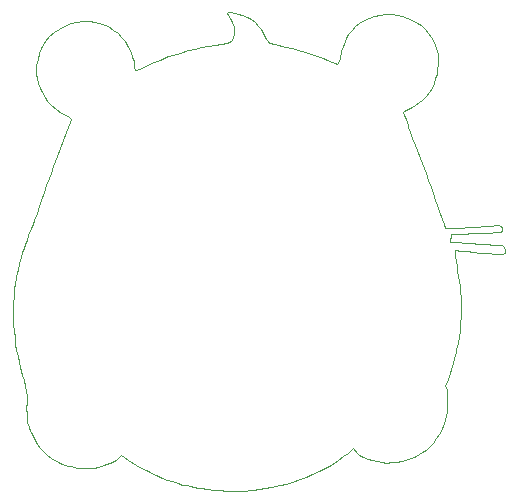
<source format=gbr>
%TF.GenerationSoftware,KiCad,Pcbnew,7.0.10*%
%TF.CreationDate,2024-01-29T00:00:28+02:00*%
%TF.ProjectId,RamenTimer_ki7,52616d65-6e54-4696-9d65-725f6b69372e,rev?*%
%TF.SameCoordinates,Original*%
%TF.FileFunction,Profile,NP*%
%FSLAX46Y46*%
G04 Gerber Fmt 4.6, Leading zero omitted, Abs format (unit mm)*
G04 Created by KiCad (PCBNEW 7.0.10) date 2024-01-29 00:00:28*
%MOMM*%
%LPD*%
G01*
G04 APERTURE LIST*
%TA.AperFunction,Profile*%
%ADD10C,0.100000*%
%TD*%
G04 APERTURE END LIST*
D10*
X171230000Y-95100000D02*
X171410000Y-95580000D01*
X170990000Y-94440000D02*
X171230000Y-95100000D01*
X170790000Y-93930000D02*
X170990000Y-94440000D01*
X170640000Y-93510000D02*
X170790000Y-93930000D01*
X170450000Y-92930000D02*
X170640000Y-93510000D01*
X170250000Y-92390000D02*
X170450000Y-92930000D01*
X170070000Y-91860000D02*
X170250000Y-92390000D01*
X169860000Y-91270000D02*
X170070000Y-91860000D01*
X169690000Y-90810000D02*
X169860000Y-91270000D01*
X169510000Y-90350000D02*
X169690000Y-90810000D01*
X169360000Y-89930000D02*
X169510000Y-90350000D01*
X169130000Y-89320000D02*
X169360000Y-89930000D01*
X168950000Y-88870000D02*
X169130000Y-89320000D01*
X168710000Y-88250000D02*
X168950000Y-88870000D01*
X168530000Y-87790000D02*
X168710000Y-88250000D01*
X168370000Y-87350000D02*
X168530000Y-87790000D01*
X168300000Y-87150000D02*
X168370000Y-87350000D01*
X168130000Y-86690000D02*
X168300000Y-87150000D01*
X168000000Y-86330000D02*
X168130000Y-86690000D01*
X167940000Y-86090000D02*
X168000000Y-86330000D01*
X168010000Y-86000000D02*
X167940000Y-86090000D01*
X168300000Y-85830000D02*
X168010000Y-86000000D01*
X168670000Y-85620000D02*
X168300000Y-85830000D01*
X168970000Y-85440000D02*
X168670000Y-85620000D01*
X169300000Y-85220000D02*
X168970000Y-85440000D01*
X169550000Y-85030000D02*
X169300000Y-85220000D01*
X169670000Y-84900000D02*
X169550000Y-85030000D01*
X169860000Y-84690000D02*
X169670000Y-84900000D01*
X170140000Y-84370000D02*
X169860000Y-84690000D01*
X170330000Y-84010000D02*
X170140000Y-84370000D01*
X170530000Y-83640000D02*
X170330000Y-84010000D01*
X170660000Y-83230000D02*
X170530000Y-83640000D01*
X170770000Y-82830000D02*
X170660000Y-83230000D01*
X170830000Y-82440000D02*
X170770000Y-82830000D01*
X170880000Y-81990000D02*
X170830000Y-82440000D01*
X170860000Y-81540000D02*
X170880000Y-81990000D01*
X170840000Y-81160000D02*
X170860000Y-81540000D01*
X170720000Y-80680000D02*
X170840000Y-81160000D01*
X170640000Y-80370000D02*
X170720000Y-80680000D01*
X170540000Y-80140000D02*
X170640000Y-80370000D01*
X170300000Y-79760000D02*
X170540000Y-80140000D01*
X170040000Y-79360000D02*
X170300000Y-79760000D01*
X169760000Y-79080000D02*
X170040000Y-79360000D01*
X169430000Y-78740000D02*
X169760000Y-79080000D01*
X169070000Y-78500000D02*
X169430000Y-78740000D01*
X168680000Y-78240000D02*
X169070000Y-78500000D01*
X168290000Y-78070000D02*
X168680000Y-78240000D01*
X167860000Y-77900000D02*
X168290000Y-78070000D01*
X167450000Y-77820000D02*
X167860000Y-77900000D01*
X167020000Y-77740000D02*
X167450000Y-77820000D01*
X166400000Y-77740000D02*
X167020000Y-77740000D01*
X165940000Y-77840000D02*
X166400000Y-77740000D01*
X165430000Y-77940000D02*
X165940000Y-77840000D01*
X165010000Y-78120000D02*
X165430000Y-77940000D01*
X164610000Y-78290000D02*
X165010000Y-78120000D01*
X164230000Y-78560000D02*
X164610000Y-78290000D01*
X163870000Y-78820000D02*
X164230000Y-78560000D01*
X163620000Y-79110000D02*
X163870000Y-78820000D01*
X163300000Y-79490000D02*
X163620000Y-79110000D01*
X163130000Y-79800000D02*
X163300000Y-79490000D01*
X162880000Y-80280000D02*
X163130000Y-79800000D01*
X162830000Y-80440000D02*
X162880000Y-80280000D01*
X162680000Y-80920000D02*
X162830000Y-80440000D01*
X162550000Y-81510000D02*
X162680000Y-80920000D01*
X162440000Y-81930000D02*
X162550000Y-81510000D01*
X162340000Y-81990000D02*
X162440000Y-81930000D01*
X162200000Y-81920000D02*
X162340000Y-81990000D01*
X161940000Y-81810000D02*
X162200000Y-81920000D01*
X161500000Y-81630000D02*
X161940000Y-81810000D01*
X161150000Y-81490000D02*
X161500000Y-81630000D01*
X160640000Y-81310000D02*
X161150000Y-81490000D01*
X160090000Y-81130000D02*
X160640000Y-81310000D01*
X159610000Y-80980000D02*
X160090000Y-81130000D01*
X159010000Y-80800000D02*
X159610000Y-80980000D01*
X158530000Y-80670000D02*
X159010000Y-80800000D01*
X157950000Y-80530000D02*
X158530000Y-80670000D01*
X157040000Y-80310000D02*
X157950000Y-80530000D01*
X156580000Y-80190000D02*
X157040000Y-80310000D01*
X156460000Y-80080000D02*
X156580000Y-80190000D01*
X156340000Y-79890000D02*
X156460000Y-80080000D01*
X156250000Y-79700000D02*
X156340000Y-79890000D01*
X156080000Y-79410000D02*
X156250000Y-79700000D01*
X155900000Y-79070000D02*
X156080000Y-79410000D01*
X155620000Y-78750000D02*
X155900000Y-79070000D01*
X155390000Y-78480000D02*
X155620000Y-78750000D01*
X155040000Y-78230000D02*
X155390000Y-78480000D01*
X154690000Y-78020000D02*
X155040000Y-78230000D01*
X154320000Y-77870000D02*
X154690000Y-78020000D01*
X153920000Y-77740000D02*
X154320000Y-77870000D01*
X153360000Y-77620000D02*
X153920000Y-77740000D01*
X153130000Y-77620000D02*
X153360000Y-77620000D01*
X153050000Y-77680000D02*
X153130000Y-77620000D01*
X153090000Y-77860000D02*
X153050000Y-77680000D01*
X153270000Y-78130000D02*
X153090000Y-77860000D01*
X153460000Y-78470000D02*
X153270000Y-78130000D01*
X153590000Y-78890000D02*
X153460000Y-78470000D01*
X153610000Y-79400000D02*
X153590000Y-78890000D01*
X153530000Y-79810000D02*
X153610000Y-79400000D01*
X153340000Y-80090000D02*
X153530000Y-79810000D01*
X153030000Y-80230000D02*
X153340000Y-80090000D01*
X152480000Y-80280000D02*
X153030000Y-80230000D01*
X151990000Y-80360000D02*
X152480000Y-80280000D01*
X151430000Y-80470000D02*
X151990000Y-80360000D01*
X150850000Y-80590000D02*
X151430000Y-80470000D01*
X150290000Y-80720000D02*
X150850000Y-80590000D01*
X149720000Y-80850000D02*
X150290000Y-80720000D01*
X149020000Y-81040000D02*
X149720000Y-80850000D01*
X148430000Y-81220000D02*
X149020000Y-81040000D01*
X148040000Y-81350000D02*
X148430000Y-81220000D01*
X147340000Y-81640000D02*
X148040000Y-81350000D01*
X146810000Y-81870000D02*
X147340000Y-81640000D01*
X146250000Y-82110000D02*
X146810000Y-81870000D01*
X145830000Y-82320000D02*
X146250000Y-82110000D01*
X145350000Y-82540000D02*
X145830000Y-82320000D01*
X145220000Y-82540000D02*
X145350000Y-82540000D01*
X145170000Y-82260000D02*
X145220000Y-82540000D01*
X145130000Y-81790000D02*
X145170000Y-82260000D01*
X144990000Y-81380000D02*
X145130000Y-81790000D01*
X144860000Y-81020000D02*
X144990000Y-81380000D01*
X144660000Y-80580000D02*
X144860000Y-81020000D01*
X144370000Y-80090000D02*
X144660000Y-80580000D01*
X144060000Y-79750000D02*
X144370000Y-80090000D01*
X143760000Y-79400000D02*
X144060000Y-79750000D01*
X143340000Y-79100000D02*
X143760000Y-79400000D01*
X142900000Y-78820000D02*
X143340000Y-79100000D01*
X142390000Y-78590000D02*
X142900000Y-78820000D01*
X141840000Y-78450000D02*
X142390000Y-78590000D01*
X141320000Y-78360000D02*
X141840000Y-78450000D01*
X140840000Y-78360000D02*
X141320000Y-78360000D01*
X140260000Y-78420000D02*
X140840000Y-78360000D01*
X139790000Y-78540000D02*
X140260000Y-78420000D01*
X139230000Y-78780000D02*
X139790000Y-78540000D01*
X138800000Y-79000000D02*
X139230000Y-78780000D01*
X138350000Y-79310000D02*
X138800000Y-79000000D01*
X137950000Y-79650000D02*
X138350000Y-79310000D01*
X137590000Y-80070000D02*
X137950000Y-79650000D01*
X137300000Y-80610000D02*
X137590000Y-80070000D01*
X137130000Y-81040000D02*
X137300000Y-80610000D01*
X136980000Y-81540000D02*
X137130000Y-81040000D01*
X136840000Y-82120000D02*
X136980000Y-81540000D01*
X136820000Y-82490000D02*
X136840000Y-82120000D01*
X136860000Y-82870000D02*
X136820000Y-82490000D01*
X136920000Y-83170000D02*
X136860000Y-82870000D01*
X137030000Y-83580000D02*
X136920000Y-83170000D01*
X137150000Y-84010000D02*
X137030000Y-83580000D01*
X137320000Y-84360000D02*
X137150000Y-84010000D01*
X137570000Y-84840000D02*
X137320000Y-84360000D01*
X137810000Y-85130000D02*
X137570000Y-84840000D01*
X138100000Y-85500000D02*
X137810000Y-85130000D01*
X138540000Y-85850000D02*
X138100000Y-85500000D01*
X138980000Y-86140000D02*
X138540000Y-85850000D01*
X139530000Y-86420000D02*
X138980000Y-86140000D01*
X139820000Y-86630000D02*
X139530000Y-86420000D01*
X139750000Y-86890000D02*
X139820000Y-86630000D01*
X139410000Y-87800000D02*
X139750000Y-86890000D01*
X139170000Y-88440000D02*
X139410000Y-87800000D01*
X138890000Y-89150000D02*
X139170000Y-88440000D01*
X138650000Y-89770000D02*
X138890000Y-89150000D01*
X138470000Y-90230000D02*
X138650000Y-89770000D01*
X138320000Y-90610000D02*
X138470000Y-90230000D01*
X138110000Y-91200000D02*
X138320000Y-90610000D01*
X137930000Y-91670000D02*
X138110000Y-91200000D01*
X137720000Y-92240000D02*
X137930000Y-91670000D01*
X137500000Y-92860000D02*
X137720000Y-92240000D01*
X137270000Y-93520000D02*
X137500000Y-92860000D01*
X137110000Y-93990000D02*
X137270000Y-93520000D01*
X136900000Y-94590000D02*
X137110000Y-93990000D01*
X136680000Y-95210000D02*
X136900000Y-94590000D01*
X136570000Y-95510000D02*
X136680000Y-95210000D01*
X136440000Y-95860000D02*
X136570000Y-95510000D01*
X136200000Y-96510000D02*
X136440000Y-95860000D01*
X136050000Y-96940000D02*
X136200000Y-96510000D01*
X135930000Y-97260000D02*
X136050000Y-96940000D01*
X135820000Y-97610000D02*
X135930000Y-97260000D01*
X135690000Y-97960000D02*
X135820000Y-97610000D01*
X135590000Y-98340000D02*
X135690000Y-97960000D01*
X135440000Y-98880000D02*
X135590000Y-98340000D01*
X135300000Y-99410000D02*
X135440000Y-98880000D01*
X135260000Y-99610000D02*
X135300000Y-99410000D01*
X135180000Y-100060000D02*
X135260000Y-99610000D01*
X135070000Y-100620000D02*
X135180000Y-100060000D01*
X135010000Y-100990000D02*
X135070000Y-100620000D01*
X134980000Y-101340000D02*
X135010000Y-100990000D01*
X134950000Y-101740000D02*
X134980000Y-101340000D01*
X134910000Y-102140000D02*
X134950000Y-101740000D01*
X134890000Y-102490000D02*
X134910000Y-102140000D01*
X134890000Y-102610000D02*
X134890000Y-102490000D01*
X134900000Y-103110000D02*
X134890000Y-102610000D01*
X134910000Y-103600000D02*
X134900000Y-103110000D01*
X134920000Y-104020000D02*
X134910000Y-103600000D01*
X134980000Y-104590000D02*
X134920000Y-104020000D01*
X135030000Y-105140000D02*
X134980000Y-104590000D01*
X135100000Y-105680000D02*
X135030000Y-105140000D01*
X135190000Y-106180000D02*
X135100000Y-105680000D01*
X135290000Y-106740000D02*
X135190000Y-106180000D01*
X135390000Y-107230000D02*
X135290000Y-106740000D01*
X135490000Y-107620000D02*
X135390000Y-107230000D01*
X135570000Y-107970000D02*
X135490000Y-107620000D01*
X135660000Y-108340000D02*
X135570000Y-107970000D01*
X135790000Y-108770000D02*
X135660000Y-108340000D01*
X135950000Y-109300000D02*
X135790000Y-108770000D01*
X136110000Y-110130000D02*
X135950000Y-109300000D01*
X136040000Y-110680000D02*
X136110000Y-110130000D01*
X136030000Y-111050000D02*
X136040000Y-110680000D01*
X136030000Y-111310000D02*
X136030000Y-111050000D01*
X136040000Y-111440000D02*
X136030000Y-111310000D01*
X136060000Y-111700000D02*
X136040000Y-111440000D01*
X136090000Y-112000000D02*
X136060000Y-111700000D01*
X136120000Y-112310000D02*
X136090000Y-112000000D01*
X136260000Y-112770000D02*
X136120000Y-112310000D01*
X136350000Y-113070000D02*
X136260000Y-112770000D01*
X136390000Y-113180000D02*
X136350000Y-113070000D01*
X136550000Y-113490000D02*
X136390000Y-113180000D01*
X136810000Y-113980000D02*
X136550000Y-113490000D01*
X136950000Y-114160000D02*
X136810000Y-113980000D01*
X137190000Y-114480000D02*
X136950000Y-114160000D01*
X137370000Y-114660000D02*
X137190000Y-114480000D01*
X137640000Y-114950000D02*
X137370000Y-114660000D01*
X137810000Y-115090000D02*
X137640000Y-114950000D01*
X138150000Y-115380000D02*
X137810000Y-115090000D01*
X138220000Y-115420000D02*
X138150000Y-115380000D01*
X138580000Y-115650000D02*
X138220000Y-115420000D01*
X138720000Y-115710000D02*
X138580000Y-115650000D01*
X139080000Y-115850000D02*
X138720000Y-115710000D01*
X139290000Y-115930000D02*
X139080000Y-115850000D01*
X139550000Y-116000000D02*
X139290000Y-115930000D01*
X139820000Y-116070000D02*
X139550000Y-116000000D01*
X140060000Y-116130000D02*
X139820000Y-116070000D01*
X140340000Y-116170000D02*
X140060000Y-116130000D01*
X140580000Y-116200000D02*
X140340000Y-116170000D01*
X140830000Y-116230000D02*
X140580000Y-116200000D01*
X141230000Y-116230000D02*
X140830000Y-116230000D01*
X141550000Y-116220000D02*
X141230000Y-116230000D01*
X141740000Y-116190000D02*
X141550000Y-116220000D01*
X142120000Y-116100000D02*
X141740000Y-116190000D01*
X142630000Y-115940000D02*
X142120000Y-116100000D01*
X142810000Y-115870000D02*
X142630000Y-115940000D01*
X143120000Y-115750000D02*
X142810000Y-115870000D01*
X143440000Y-115600000D02*
X143120000Y-115750000D01*
X143600000Y-115490000D02*
X143440000Y-115600000D01*
X143660000Y-115440000D02*
X143600000Y-115490000D01*
X144060000Y-115080000D02*
X143660000Y-115440000D01*
X144330000Y-115290000D02*
X144060000Y-115080000D01*
X144630000Y-115490000D02*
X144330000Y-115290000D01*
X145300000Y-115920000D02*
X144630000Y-115490000D01*
X145720000Y-116180000D02*
X145300000Y-115920000D01*
X146120000Y-116390000D02*
X145720000Y-116180000D01*
X146480000Y-116580000D02*
X146120000Y-116390000D01*
X146740000Y-116720000D02*
X146480000Y-116580000D01*
X147040000Y-116840000D02*
X146740000Y-116720000D01*
X147520000Y-117040000D02*
X147040000Y-116840000D01*
X147950000Y-117220000D02*
X147520000Y-117040000D01*
X148360000Y-117340000D02*
X147950000Y-117220000D01*
X148900000Y-117510000D02*
X148360000Y-117340000D01*
X149240000Y-117610000D02*
X148900000Y-117510000D01*
X149600000Y-117690000D02*
X149240000Y-117610000D01*
X149920000Y-117770000D02*
X149600000Y-117690000D01*
X150200000Y-117820000D02*
X149920000Y-117770000D01*
X150530000Y-117880000D02*
X150200000Y-117820000D01*
X150830000Y-117930000D02*
X150530000Y-117880000D01*
X151360000Y-118000000D02*
X150830000Y-117930000D01*
X151900000Y-118060000D02*
X151360000Y-118000000D01*
X152390000Y-118110000D02*
X151900000Y-118060000D01*
X152960000Y-118160000D02*
X152390000Y-118110000D01*
X153340000Y-118190000D02*
X152960000Y-118160000D01*
X153740000Y-118190000D02*
X153340000Y-118190000D01*
X154150000Y-118160000D02*
X153740000Y-118190000D01*
X154550000Y-118130000D02*
X154150000Y-118160000D01*
X154950000Y-118100000D02*
X154550000Y-118130000D01*
X155210000Y-118060000D02*
X154950000Y-118100000D01*
X155740000Y-117990000D02*
X155210000Y-118060000D01*
X156270000Y-117920000D02*
X155740000Y-117990000D01*
X156770000Y-117850000D02*
X156270000Y-117920000D01*
X157480000Y-117670000D02*
X156770000Y-117850000D01*
X157970000Y-117540000D02*
X157480000Y-117670000D01*
X158530000Y-117400000D02*
X157970000Y-117540000D01*
X159220000Y-117130000D02*
X158530000Y-117400000D01*
X159710000Y-116940000D02*
X159220000Y-117130000D01*
X160200000Y-116750000D02*
X159710000Y-116940000D01*
X160800000Y-116440000D02*
X160200000Y-116750000D01*
X161310000Y-116170000D02*
X160800000Y-116440000D01*
X161780000Y-115930000D02*
X161310000Y-116170000D01*
X162380000Y-115510000D02*
X161780000Y-115930000D01*
X162840000Y-115190000D02*
X162380000Y-115510000D01*
X163270000Y-114900000D02*
X162840000Y-115190000D01*
X163500000Y-114700000D02*
X163270000Y-114900000D01*
X163700000Y-114530000D02*
X163500000Y-114700000D01*
X164030000Y-114980000D02*
X163700000Y-114530000D01*
X164200000Y-115130000D02*
X164030000Y-114980000D01*
X164540000Y-115280000D02*
X164200000Y-115130000D01*
X164940000Y-115430000D02*
X164540000Y-115280000D01*
X165300000Y-115530000D02*
X164940000Y-115430000D01*
X165690000Y-115640000D02*
X165300000Y-115530000D01*
X166170000Y-115690000D02*
X165690000Y-115640000D01*
X166500000Y-115750000D02*
X166170000Y-115690000D01*
X166960000Y-115740000D02*
X166500000Y-115750000D01*
X167290000Y-115730000D02*
X166960000Y-115740000D01*
X167840000Y-115640000D02*
X167290000Y-115730000D01*
X168810000Y-115300000D02*
X167840000Y-115640000D01*
X169020000Y-115180000D02*
X168810000Y-115300000D01*
X169550000Y-114880000D02*
X169020000Y-115180000D01*
X169830000Y-114660000D02*
X169550000Y-114880000D01*
X170430000Y-114100000D02*
X169830000Y-114660000D01*
X170720000Y-113690000D02*
X170430000Y-114100000D01*
X171000000Y-113300000D02*
X170720000Y-113690000D01*
X171100000Y-113090000D02*
X171000000Y-113300000D01*
X171400000Y-112420000D02*
X171100000Y-113090000D01*
X171460000Y-112170000D02*
X171400000Y-112420000D01*
X171560000Y-111740000D02*
X171460000Y-112170000D01*
X171620000Y-111470000D02*
X171560000Y-111740000D01*
X171650000Y-111180000D02*
X171620000Y-111470000D01*
X171680000Y-110740000D02*
X171650000Y-111180000D01*
X171680000Y-110330000D02*
X171680000Y-110740000D01*
X171640000Y-109870000D02*
X171680000Y-110330000D01*
X171600000Y-109540000D02*
X171640000Y-109870000D01*
X171510000Y-109240000D02*
X171600000Y-109540000D01*
X171720000Y-108690000D02*
X171510000Y-109240000D01*
X171900000Y-108150000D02*
X171720000Y-108690000D01*
X172010000Y-107790000D02*
X171900000Y-108150000D01*
X172150000Y-107300000D02*
X172010000Y-107790000D01*
X172260000Y-106860000D02*
X172150000Y-107300000D01*
X172390000Y-106360000D02*
X172260000Y-106860000D01*
X172430000Y-106170000D02*
X172390000Y-106360000D01*
X172540000Y-105590000D02*
X172430000Y-106170000D01*
X172630000Y-105020000D02*
X172540000Y-105590000D01*
X172700000Y-104620000D02*
X172630000Y-105020000D01*
X172710000Y-104410000D02*
X172700000Y-104620000D01*
X172750000Y-103940000D02*
X172710000Y-104410000D01*
X172790000Y-103380000D02*
X172750000Y-103940000D01*
X172820000Y-102790000D02*
X172790000Y-103380000D01*
X172800000Y-102350000D02*
X172820000Y-102790000D01*
X172790000Y-101800000D02*
X172800000Y-102350000D01*
X172770000Y-101260000D02*
X172790000Y-101800000D01*
X172710000Y-100830000D02*
X172770000Y-101260000D01*
X172650000Y-100340000D02*
X172710000Y-100830000D01*
X172590000Y-99960000D02*
X172650000Y-100340000D01*
X172530000Y-99530000D02*
X172590000Y-99960000D01*
X172460000Y-99140000D02*
X172530000Y-99530000D01*
X172370000Y-98700000D02*
X172460000Y-99140000D01*
X172320000Y-98230000D02*
X172370000Y-98700000D01*
X172300000Y-97770000D02*
X172320000Y-98230000D01*
X172810000Y-97830000D02*
X172300000Y-97770000D01*
X173300000Y-97870000D02*
X172810000Y-97830000D01*
X173870000Y-97920000D02*
X173300000Y-97870000D01*
X174490000Y-97970000D02*
X173870000Y-97920000D01*
X175090000Y-98020000D02*
X174490000Y-97970000D01*
X175690000Y-98060000D02*
X175090000Y-98020000D01*
X176270000Y-98090000D02*
X175690000Y-98060000D01*
X176540000Y-97970000D02*
X176270000Y-98090000D01*
X176540000Y-97760000D02*
X176540000Y-97970000D01*
X176470000Y-97490000D02*
X176540000Y-97760000D01*
X176330000Y-97370000D02*
X176470000Y-97490000D01*
X176260000Y-97360000D02*
X176330000Y-97370000D01*
X175970000Y-97330000D02*
X176260000Y-97360000D01*
X175500000Y-97290000D02*
X175970000Y-97330000D01*
X174990000Y-97260000D02*
X175500000Y-97290000D01*
X174300000Y-97210000D02*
X174990000Y-97260000D01*
X173760000Y-97170000D02*
X174300000Y-97210000D01*
X173230000Y-97140000D02*
X173760000Y-97170000D01*
X172590000Y-97110000D02*
X173230000Y-97140000D01*
X172010000Y-97080000D02*
X172590000Y-97110000D01*
X171870000Y-97070000D02*
X172010000Y-97080000D01*
X171960000Y-96390000D02*
X171870000Y-97070000D01*
X172550000Y-96370000D02*
X171960000Y-96390000D01*
X173140000Y-96360000D02*
X172550000Y-96370000D01*
X173660000Y-96340000D02*
X173140000Y-96360000D01*
X174150000Y-96330000D02*
X173660000Y-96340000D01*
X174800000Y-96320000D02*
X174150000Y-96330000D01*
X176190000Y-96240000D02*
X174800000Y-96320000D01*
X176340000Y-96050000D02*
X176190000Y-96240000D01*
X176310000Y-95820000D02*
X176340000Y-96050000D01*
X176140000Y-95680000D02*
X176310000Y-95820000D01*
X176060000Y-95660000D02*
X176140000Y-95680000D01*
X175090000Y-95690000D02*
X176060000Y-95660000D01*
X173800000Y-95780000D02*
X175090000Y-95690000D01*
X172470000Y-95850000D02*
X173800000Y-95780000D01*
X171470000Y-95900000D02*
X172470000Y-95850000D01*
X171410000Y-95580000D02*
X171470000Y-95900000D01*
M02*

</source>
